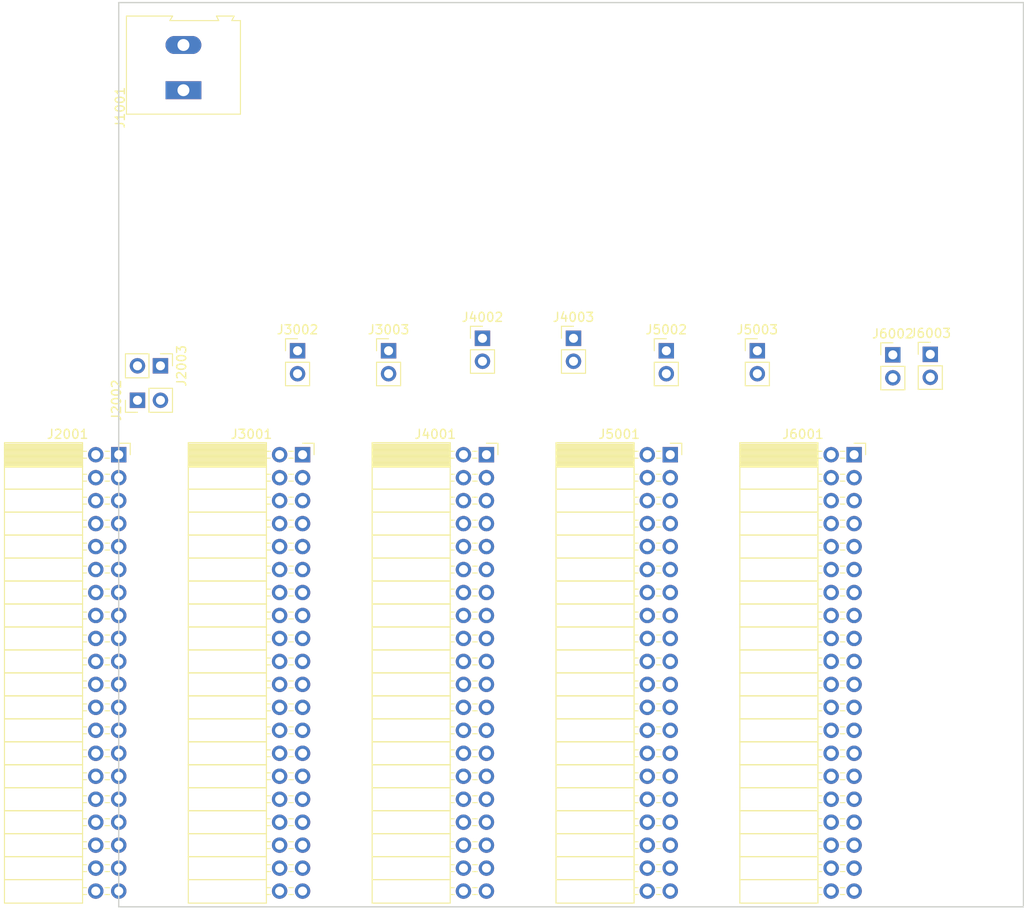
<source format=kicad_pcb>
(kicad_pcb (version 4) (host pcbnew 4.0.6-e0-6349~53~ubuntu16.04.1)
  (layers (0 F.Cu signal) (31 B.Cu signal) (34 B.Paste user) (35 F.Paste user) (36 B.SilkS user) (37 F.SilkS user) (38 B.Mask user) (39 F.Mask user) (44 Edge.Cuts user))
  (net 0 "")
  (net 1 +5V)
  (net 2 GND)
  (net 3 "Net-(J2001-Pad1)")
  (net 4 "Net-(J2001-Pad2)")
  (net 5 "Net-(J2001-Pad3)")
  (net 6 "Net-(J2001-Pad5)")
  (net 7 "Net-(J2001-Pad6)")
  (net 8 "Net-(J2001-Pad7)")
  (net 9 "Net-(J2001-Pad8)")
  (net 10 "Net-(J2001-Pad9)")
  (net 11 "Net-(J2001-Pad10)")
  (net 12 "Net-(J2001-Pad11)")
  (net 13 "Net-(J2001-Pad12)")
  (net 14 "Net-(J2001-Pad13)")
  (net 15 "Net-(J2001-Pad14)")
  (net 16 "Net-(J2001-Pad15)")
  (net 17 "Net-(J2001-Pad16)")
  (net 18 "Net-(J2001-Pad17)")
  (net 19 "Net-(J2001-Pad18)")
  (net 20 "Net-(J2001-Pad19)")
  (net 21 "Net-(J2001-Pad20)")
  (net 22 "Net-(J2001-Pad21)")
  (net 23 "Net-(J2001-Pad22)")
  (net 24 "Net-(J2001-Pad23)")
  (net 25 "Net-(J2001-Pad24)")
  (net 26 "Net-(J2001-Pad25)")
  (net 27 "Net-(J2001-Pad26)")
  (net 28 "Net-(J2001-Pad27)")
  (net 29 "Net-(J2001-Pad28)")
  (net 30 "Net-(J2001-Pad29)")
  (net 31 "Net-(J2001-Pad30)")
  (net 32 "Net-(J2001-Pad31)")
  (net 33 "Net-(J2001-Pad32)")
  (net 34 "Net-(J2001-Pad33)")
  (net 35 "Net-(J2001-Pad35)")
  (net 36 "Net-(J2001-Pad36)")
  (net 37 "Net-(J2001-Pad37)")
  (net 38 "Net-(J2001-Pad38)")
  (net 39 "Net-(J2001-Pad39)")
  (net 40 "Net-(J2001-Pad40)")
  (net 41 "Net-(J3001-Pad1)")
  (net 42 "Net-(J3001-Pad2)")
  (net 43 "Net-(J3001-Pad3)")
  (net 44 "Net-(J3001-Pad5)")
  (net 45 "Net-(J3001-Pad6)")
  (net 46 "Net-(J3001-Pad7)")
  (net 47 "Net-(J3001-Pad8)")
  (net 48 "Net-(J3001-Pad9)")
  (net 49 "Net-(J3001-Pad10)")
  (net 50 "Net-(J3001-Pad11)")
  (net 51 "Net-(J3001-Pad12)")
  (net 52 "Net-(J3001-Pad13)")
  (net 53 "Net-(J3001-Pad14)")
  (net 54 "Net-(J3001-Pad15)")
  (net 55 "Net-(J3001-Pad16)")
  (net 56 "Net-(J3001-Pad17)")
  (net 57 "Net-(J3001-Pad18)")
  (net 58 "Net-(J3001-Pad19)")
  (net 59 "Net-(J3001-Pad20)")
  (net 60 "Net-(J3001-Pad21)")
  (net 61 "Net-(J3001-Pad22)")
  (net 62 "Net-(J3001-Pad23)")
  (net 63 "Net-(J3001-Pad24)")
  (net 64 "Net-(J3001-Pad25)")
  (net 65 "Net-(J3001-Pad26)")
  (net 66 "Net-(J3001-Pad27)")
  (net 67 "Net-(J3001-Pad28)")
  (net 68 "Net-(J3001-Pad29)")
  (net 69 "Net-(J3001-Pad30)")
  (net 70 "Net-(J3001-Pad31)")
  (net 71 "Net-(J3001-Pad32)")
  (net 72 "Net-(J3001-Pad33)")
  (net 73 "Net-(J3001-Pad35)")
  (net 74 "Net-(J3001-Pad36)")
  (net 75 "Net-(J3001-Pad37)")
  (net 76 "Net-(J3001-Pad38)")
  (net 77 "Net-(J3001-Pad39)")
  (net 78 "Net-(J3001-Pad40)")
  (net 79 "Net-(J4001-Pad1)")
  (net 80 "Net-(J4001-Pad2)")
  (net 81 "Net-(J4001-Pad3)")
  (net 82 "Net-(J4001-Pad5)")
  (net 83 "Net-(J4001-Pad6)")
  (net 84 "Net-(J4001-Pad7)")
  (net 85 "Net-(J4001-Pad8)")
  (net 86 "Net-(J4001-Pad9)")
  (net 87 "Net-(J4001-Pad10)")
  (net 88 "Net-(J4001-Pad11)")
  (net 89 "Net-(J4001-Pad12)")
  (net 90 "Net-(J4001-Pad13)")
  (net 91 "Net-(J4001-Pad14)")
  (net 92 "Net-(J4001-Pad15)")
  (net 93 "Net-(J4001-Pad16)")
  (net 94 "Net-(J4001-Pad17)")
  (net 95 "Net-(J4001-Pad18)")
  (net 96 "Net-(J4001-Pad19)")
  (net 97 "Net-(J4001-Pad20)")
  (net 98 "Net-(J4001-Pad21)")
  (net 99 "Net-(J4001-Pad22)")
  (net 100 "Net-(J4001-Pad23)")
  (net 101 "Net-(J4001-Pad24)")
  (net 102 "Net-(J4001-Pad25)")
  (net 103 "Net-(J4001-Pad26)")
  (net 104 "Net-(J4001-Pad27)")
  (net 105 "Net-(J4001-Pad28)")
  (net 106 "Net-(J4001-Pad29)")
  (net 107 "Net-(J4001-Pad30)")
  (net 108 "Net-(J4001-Pad31)")
  (net 109 "Net-(J4001-Pad32)")
  (net 110 "Net-(J4001-Pad33)")
  (net 111 "Net-(J4001-Pad35)")
  (net 112 "Net-(J4001-Pad36)")
  (net 113 "Net-(J4001-Pad37)")
  (net 114 "Net-(J4001-Pad38)")
  (net 115 "Net-(J4001-Pad39)")
  (net 116 "Net-(J4001-Pad40)")
  (net 117 "Net-(J5001-Pad1)")
  (net 118 "Net-(J5001-Pad2)")
  (net 119 "Net-(J5001-Pad3)")
  (net 120 "Net-(J5001-Pad5)")
  (net 121 "Net-(J5001-Pad6)")
  (net 122 "Net-(J5001-Pad7)")
  (net 123 "Net-(J5001-Pad8)")
  (net 124 "Net-(J5001-Pad9)")
  (net 125 "Net-(J5001-Pad10)")
  (net 126 "Net-(J5001-Pad11)")
  (net 127 "Net-(J5001-Pad12)")
  (net 128 "Net-(J5001-Pad13)")
  (net 129 "Net-(J5001-Pad14)")
  (net 130 "Net-(J5001-Pad15)")
  (net 131 "Net-(J5001-Pad16)")
  (net 132 "Net-(J5001-Pad17)")
  (net 133 "Net-(J5001-Pad18)")
  (net 134 "Net-(J5001-Pad19)")
  (net 135 "Net-(J5001-Pad20)")
  (net 136 "Net-(J5001-Pad21)")
  (net 137 "Net-(J5001-Pad22)")
  (net 138 "Net-(J5001-Pad23)")
  (net 139 "Net-(J5001-Pad24)")
  (net 140 "Net-(J5001-Pad25)")
  (net 141 "Net-(J5001-Pad26)")
  (net 142 "Net-(J5001-Pad27)")
  (net 143 "Net-(J5001-Pad28)")
  (net 144 "Net-(J5001-Pad29)")
  (net 145 "Net-(J5001-Pad30)")
  (net 146 "Net-(J5001-Pad31)")
  (net 147 "Net-(J5001-Pad32)")
  (net 148 "Net-(J5001-Pad33)")
  (net 149 "Net-(J5001-Pad35)")
  (net 150 "Net-(J5001-Pad36)")
  (net 151 "Net-(J5001-Pad37)")
  (net 152 "Net-(J5001-Pad38)")
  (net 153 "Net-(J5001-Pad39)")
  (net 154 "Net-(J5001-Pad40)")
  (net 155 "Net-(J6001-Pad1)")
  (net 156 "Net-(J6001-Pad2)")
  (net 157 "Net-(J6001-Pad3)")
  (net 158 "Net-(J6001-Pad5)")
  (net 159 "Net-(J6001-Pad6)")
  (net 160 "Net-(J6001-Pad7)")
  (net 161 "Net-(J6001-Pad8)")
  (net 162 "Net-(J6001-Pad9)")
  (net 163 "Net-(J6001-Pad10)")
  (net 164 "Net-(J6001-Pad11)")
  (net 165 "Net-(J6001-Pad12)")
  (net 166 "Net-(J6001-Pad13)")
  (net 167 "Net-(J6001-Pad14)")
  (net 168 "Net-(J6001-Pad15)")
  (net 169 "Net-(J6001-Pad16)")
  (net 170 "Net-(J6001-Pad17)")
  (net 171 "Net-(J6001-Pad18)")
  (net 172 "Net-(J6001-Pad19)")
  (net 173 "Net-(J6001-Pad20)")
  (net 174 "Net-(J6001-Pad21)")
  (net 175 "Net-(J6001-Pad22)")
  (net 176 "Net-(J6001-Pad23)")
  (net 177 "Net-(J6001-Pad24)")
  (net 178 "Net-(J6001-Pad25)")
  (net 179 "Net-(J6001-Pad26)")
  (net 180 "Net-(J6001-Pad27)")
  (net 181 "Net-(J6001-Pad28)")
  (net 182 "Net-(J6001-Pad29)")
  (net 183 "Net-(J6001-Pad30)")
  (net 184 "Net-(J6001-Pad31)")
  (net 185 "Net-(J6001-Pad32)")
  (net 186 "Net-(J6001-Pad33)")
  (net 187 "Net-(J6001-Pad35)")
  (net 188 "Net-(J6001-Pad36)")
  (net 189 "Net-(J6001-Pad37)")
  (net 190 "Net-(J6001-Pad38)")
  (net 191 "Net-(J6001-Pad39)")
  (net 192 "Net-(J6001-Pad40)")
  (module Connectors:AK300-2 (layer F.Cu) (at 57.15 59.69 90)
    (fp_text reference J1001 (at -1.92 -6.99 90) (layer F.SilkS))
    (fp_text value CONN_01X02_MALE)
    (pad 1 thru_hole rect (at 0 0 90) (size 1.98 3.96) (drill 1.32) (layers *.Cu F.Paste F.Mask) (net 1 +5V))
    (pad 2 thru_hole oval (at 5 0 90) (size 1.98 3.96) (drill 1.32) (layers *.Cu F.Paste F.Mask) (net 2 GND))
  )
  (module Socket_Strips:Socket_Strip_Angled_2x20_Pitch2.54mm (layer F.Cu) (at 50 100)
    (fp_text reference J2001 (at -5.65 -2.27) (layer F.SilkS))
    (fp_text value OrangePiGPIO)
    (pad 1 thru_hole rect (at 0 0) (size 1.7 1.7) (drill 1) (layers *.Cu *.Mask) (net 3 "Net-(J2001-Pad1)"))
    (pad 2 thru_hole oval (at -2.54 0) (size 1.7 1.7) (drill 1) (layers *.Cu *.Mask) (net 4 "Net-(J2001-Pad2)"))
    (pad 3 thru_hole oval (at 0 2.54) (size 1.7 1.7) (drill 1) (layers *.Cu *.Mask) (net 5 "Net-(J2001-Pad3)"))
    (pad 4 thru_hole oval (at -2.54 2.54) (size 1.7 1.7) (drill 1) (layers *.Cu *.Mask) (net 4 "Net-(J2001-Pad2)"))
    (pad 5 thru_hole oval (at 0 5.08) (size 1.7 1.7) (drill 1) (layers *.Cu *.Mask) (net 6 "Net-(J2001-Pad5)"))
    (pad 6 thru_hole oval (at -2.54 5.08) (size 1.7 1.7) (drill 1) (layers *.Cu *.Mask) (net 7 "Net-(J2001-Pad6)"))
    (pad 7 thru_hole oval (at 0 7.62) (size 1.7 1.7) (drill 1) (layers *.Cu *.Mask) (net 8 "Net-(J2001-Pad7)"))
    (pad 8 thru_hole oval (at -2.54 7.62) (size 1.7 1.7) (drill 1) (layers *.Cu *.Mask) (net 9 "Net-(J2001-Pad8)"))
    (pad 9 thru_hole oval (at 0 10.16) (size 1.7 1.7) (drill 1) (layers *.Cu *.Mask) (net 10 "Net-(J2001-Pad9)"))
    (pad 10 thru_hole oval (at -2.54 10.16) (size 1.7 1.7) (drill 1) (layers *.Cu *.Mask) (net 11 "Net-(J2001-Pad10)"))
    (pad 11 thru_hole oval (at 0 12.7) (size 1.7 1.7) (drill 1) (layers *.Cu *.Mask) (net 12 "Net-(J2001-Pad11)"))
    (pad 12 thru_hole oval (at -2.54 12.7) (size 1.7 1.7) (drill 1) (layers *.Cu *.Mask) (net 13 "Net-(J2001-Pad12)"))
    (pad 13 thru_hole oval (at 0 15.24) (size 1.7 1.7) (drill 1) (layers *.Cu *.Mask) (net 14 "Net-(J2001-Pad13)"))
    (pad 14 thru_hole oval (at -2.54 15.24) (size 1.7 1.7) (drill 1) (layers *.Cu *.Mask) (net 15 "Net-(J2001-Pad14)"))
    (pad 15 thru_hole oval (at 0 17.78) (size 1.7 1.7) (drill 1) (layers *.Cu *.Mask) (net 16 "Net-(J2001-Pad15)"))
    (pad 16 thru_hole oval (at -2.54 17.78) (size 1.7 1.7) (drill 1) (layers *.Cu *.Mask) (net 17 "Net-(J2001-Pad16)"))
    (pad 17 thru_hole oval (at 0 20.32) (size 1.7 1.7) (drill 1) (layers *.Cu *.Mask) (net 18 "Net-(J2001-Pad17)"))
    (pad 18 thru_hole oval (at -2.54 20.32) (size 1.7 1.7) (drill 1) (layers *.Cu *.Mask) (net 19 "Net-(J2001-Pad18)"))
    (pad 19 thru_hole oval (at 0 22.86) (size 1.7 1.7) (drill 1) (layers *.Cu *.Mask) (net 20 "Net-(J2001-Pad19)"))
    (pad 20 thru_hole oval (at -2.54 22.86) (size 1.7 1.7) (drill 1) (layers *.Cu *.Mask) (net 21 "Net-(J2001-Pad20)"))
    (pad 21 thru_hole oval (at 0 25.4) (size 1.7 1.7) (drill 1) (layers *.Cu *.Mask) (net 22 "Net-(J2001-Pad21)"))
    (pad 22 thru_hole oval (at -2.54 25.4) (size 1.7 1.7) (drill 1) (layers *.Cu *.Mask) (net 23 "Net-(J2001-Pad22)"))
    (pad 23 thru_hole oval (at 0 27.94) (size 1.7 1.7) (drill 1) (layers *.Cu *.Mask) (net 24 "Net-(J2001-Pad23)"))
    (pad 24 thru_hole oval (at -2.54 27.94) (size 1.7 1.7) (drill 1) (layers *.Cu *.Mask) (net 25 "Net-(J2001-Pad24)"))
    (pad 25 thru_hole oval (at 0 30.48) (size 1.7 1.7) (drill 1) (layers *.Cu *.Mask) (net 26 "Net-(J2001-Pad25)"))
    (pad 26 thru_hole oval (at -2.54 30.48) (size 1.7 1.7) (drill 1) (layers *.Cu *.Mask) (net 27 "Net-(J2001-Pad26)"))
    (pad 27 thru_hole oval (at 0 33.02) (size 1.7 1.7) (drill 1) (layers *.Cu *.Mask) (net 28 "Net-(J2001-Pad27)"))
    (pad 28 thru_hole oval (at -2.54 33.02) (size 1.7 1.7) (drill 1) (layers *.Cu *.Mask) (net 29 "Net-(J2001-Pad28)"))
    (pad 29 thru_hole oval (at 0 35.56) (size 1.7 1.7) (drill 1) (layers *.Cu *.Mask) (net 30 "Net-(J2001-Pad29)"))
    (pad 30 thru_hole oval (at -2.54 35.56) (size 1.7 1.7) (drill 1) (layers *.Cu *.Mask) (net 31 "Net-(J2001-Pad30)"))
    (pad 31 thru_hole oval (at 0 38.1) (size 1.7 1.7) (drill 1) (layers *.Cu *.Mask) (net 32 "Net-(J2001-Pad31)"))
    (pad 32 thru_hole oval (at -2.54 38.1) (size 1.7 1.7) (drill 1) (layers *.Cu *.Mask) (net 33 "Net-(J2001-Pad32)"))
    (pad 33 thru_hole oval (at 0 40.64) (size 1.7 1.7) (drill 1) (layers *.Cu *.Mask) (net 34 "Net-(J2001-Pad33)"))
    (pad 34 thru_hole oval (at -2.54 40.64) (size 1.7 1.7) (drill 1) (layers *.Cu *.Mask) (net 31 "Net-(J2001-Pad30)"))
    (pad 35 thru_hole oval (at 0 43.18) (size 1.7 1.7) (drill 1) (layers *.Cu *.Mask) (net 35 "Net-(J2001-Pad35)"))
    (pad 36 thru_hole oval (at -2.54 43.18) (size 1.7 1.7) (drill 1) (layers *.Cu *.Mask) (net 36 "Net-(J2001-Pad36)"))
    (pad 37 thru_hole oval (at 0 45.72) (size 1.7 1.7) (drill 1) (layers *.Cu *.Mask) (net 37 "Net-(J2001-Pad37)"))
    (pad 38 thru_hole oval (at -2.54 45.72) (size 1.7 1.7) (drill 1) (layers *.Cu *.Mask) (net 38 "Net-(J2001-Pad38)"))
    (pad 39 thru_hole oval (at 0 48.26) (size 1.7 1.7) (drill 1) (layers *.Cu *.Mask) (net 39 "Net-(J2001-Pad39)"))
    (pad 40 thru_hole oval (at -2.54 48.26) (size 1.7 1.7) (drill 1) (layers *.Cu *.Mask) (net 40 "Net-(J2001-Pad40)"))
  )
  (module Pin_Headers:Pin_Header_Straight_1x02_Pitch2.54mm (layer F.Cu) (at 52.07 93.98 90)
    (fp_text reference J2002 (at 0 -2.33 90) (layer F.SilkS))
    (fp_text value CONN_01X02)
    (pad 1 thru_hole rect (at 0 0 90) (size 1.7 1.7) (drill 1) (layers *.Cu *.Mask) (net 1 +5V))
    (pad 2 thru_hole oval (at 0 2.54 90) (size 1.7 1.7) (drill 1) (layers *.Cu *.Mask) (net 4 "Net-(J2001-Pad2)"))
  )
  (module Pin_Headers:Pin_Header_Straight_1x02_Pitch2.54mm (layer F.Cu) (at 54.61 90.17 270)
    (fp_text reference J2003 (at 0 -2.33 270) (layer F.SilkS))
    (fp_text value CONN_01X02)
    (pad 1 thru_hole rect (at 0 0 270) (size 1.7 1.7) (drill 1) (layers *.Cu *.Mask) (net 31 "Net-(J2001-Pad30)"))
    (pad 2 thru_hole oval (at 0 2.54 270) (size 1.7 1.7) (drill 1) (layers *.Cu *.Mask) (net 2 GND))
  )
  (module Socket_Strips:Socket_Strip_Angled_2x20_Pitch2.54mm (layer F.Cu) (at 70.32 100)
    (fp_text reference J3001 (at -5.65 -2.27) (layer F.SilkS))
    (fp_text value OrangePiGPIO)
    (pad 1 thru_hole rect (at 0 0) (size 1.7 1.7) (drill 1) (layers *.Cu *.Mask) (net 41 "Net-(J3001-Pad1)"))
    (pad 2 thru_hole oval (at -2.54 0) (size 1.7 1.7) (drill 1) (layers *.Cu *.Mask) (net 42 "Net-(J3001-Pad2)"))
    (pad 3 thru_hole oval (at 0 2.54) (size 1.7 1.7) (drill 1) (layers *.Cu *.Mask) (net 43 "Net-(J3001-Pad3)"))
    (pad 4 thru_hole oval (at -2.54 2.54) (size 1.7 1.7) (drill 1) (layers *.Cu *.Mask) (net 42 "Net-(J3001-Pad2)"))
    (pad 5 thru_hole oval (at 0 5.08) (size 1.7 1.7) (drill 1) (layers *.Cu *.Mask) (net 44 "Net-(J3001-Pad5)"))
    (pad 6 thru_hole oval (at -2.54 5.08) (size 1.7 1.7) (drill 1) (layers *.Cu *.Mask) (net 45 "Net-(J3001-Pad6)"))
    (pad 7 thru_hole oval (at 0 7.62) (size 1.7 1.7) (drill 1) (layers *.Cu *.Mask) (net 46 "Net-(J3001-Pad7)"))
    (pad 8 thru_hole oval (at -2.54 7.62) (size 1.7 1.7) (drill 1) (layers *.Cu *.Mask) (net 47 "Net-(J3001-Pad8)"))
    (pad 9 thru_hole oval (at 0 10.16) (size 1.7 1.7) (drill 1) (layers *.Cu *.Mask) (net 48 "Net-(J3001-Pad9)"))
    (pad 10 thru_hole oval (at -2.54 10.16) (size 1.7 1.7) (drill 1) (layers *.Cu *.Mask) (net 49 "Net-(J3001-Pad10)"))
    (pad 11 thru_hole oval (at 0 12.7) (size 1.7 1.7) (drill 1) (layers *.Cu *.Mask) (net 50 "Net-(J3001-Pad11)"))
    (pad 12 thru_hole oval (at -2.54 12.7) (size 1.7 1.7) (drill 1) (layers *.Cu *.Mask) (net 51 "Net-(J3001-Pad12)"))
    (pad 13 thru_hole oval (at 0 15.24) (size 1.7 1.7) (drill 1) (layers *.Cu *.Mask) (net 52 "Net-(J3001-Pad13)"))
    (pad 14 thru_hole oval (at -2.54 15.24) (size 1.7 1.7) (drill 1) (layers *.Cu *.Mask) (net 53 "Net-(J3001-Pad14)"))
    (pad 15 thru_hole oval (at 0 17.78) (size 1.7 1.7) (drill 1) (layers *.Cu *.Mask) (net 54 "Net-(J3001-Pad15)"))
    (pad 16 thru_hole oval (at -2.54 17.78) (size 1.7 1.7) (drill 1) (layers *.Cu *.Mask) (net 55 "Net-(J3001-Pad16)"))
    (pad 17 thru_hole oval (at 0 20.32) (size 1.7 1.7) (drill 1) (layers *.Cu *.Mask) (net 56 "Net-(J3001-Pad17)"))
    (pad 18 thru_hole oval (at -2.54 20.32) (size 1.7 1.7) (drill 1) (layers *.Cu *.Mask) (net 57 "Net-(J3001-Pad18)"))
    (pad 19 thru_hole oval (at 0 22.86) (size 1.7 1.7) (drill 1) (layers *.Cu *.Mask) (net 58 "Net-(J3001-Pad19)"))
    (pad 20 thru_hole oval (at -2.54 22.86) (size 1.7 1.7) (drill 1) (layers *.Cu *.Mask) (net 59 "Net-(J3001-Pad20)"))
    (pad 21 thru_hole oval (at 0 25.4) (size 1.7 1.7) (drill 1) (layers *.Cu *.Mask) (net 60 "Net-(J3001-Pad21)"))
    (pad 22 thru_hole oval (at -2.54 25.4) (size 1.7 1.7) (drill 1) (layers *.Cu *.Mask) (net 61 "Net-(J3001-Pad22)"))
    (pad 23 thru_hole oval (at 0 27.94) (size 1.7 1.7) (drill 1) (layers *.Cu *.Mask) (net 62 "Net-(J3001-Pad23)"))
    (pad 24 thru_hole oval (at -2.54 27.94) (size 1.7 1.7) (drill 1) (layers *.Cu *.Mask) (net 63 "Net-(J3001-Pad24)"))
    (pad 25 thru_hole oval (at 0 30.48) (size 1.7 1.7) (drill 1) (layers *.Cu *.Mask) (net 64 "Net-(J3001-Pad25)"))
    (pad 26 thru_hole oval (at -2.54 30.48) (size 1.7 1.7) (drill 1) (layers *.Cu *.Mask) (net 65 "Net-(J3001-Pad26)"))
    (pad 27 thru_hole oval (at 0 33.02) (size 1.7 1.7) (drill 1) (layers *.Cu *.Mask) (net 66 "Net-(J3001-Pad27)"))
    (pad 28 thru_hole oval (at -2.54 33.02) (size 1.7 1.7) (drill 1) (layers *.Cu *.Mask) (net 67 "Net-(J3001-Pad28)"))
    (pad 29 thru_hole oval (at 0 35.56) (size 1.7 1.7) (drill 1) (layers *.Cu *.Mask) (net 68 "Net-(J3001-Pad29)"))
    (pad 30 thru_hole oval (at -2.54 35.56) (size 1.7 1.7) (drill 1) (layers *.Cu *.Mask) (net 69 "Net-(J3001-Pad30)"))
    (pad 31 thru_hole oval (at 0 38.1) (size 1.7 1.7) (drill 1) (layers *.Cu *.Mask) (net 70 "Net-(J3001-Pad31)"))
    (pad 32 thru_hole oval (at -2.54 38.1) (size 1.7 1.7) (drill 1) (layers *.Cu *.Mask) (net 71 "Net-(J3001-Pad32)"))
    (pad 33 thru_hole oval (at 0 40.64) (size 1.7 1.7) (drill 1) (layers *.Cu *.Mask) (net 72 "Net-(J3001-Pad33)"))
    (pad 34 thru_hole oval (at -2.54 40.64) (size 1.7 1.7) (drill 1) (layers *.Cu *.Mask) (net 69 "Net-(J3001-Pad30)"))
    (pad 35 thru_hole oval (at 0 43.18) (size 1.7 1.7) (drill 1) (layers *.Cu *.Mask) (net 73 "Net-(J3001-Pad35)"))
    (pad 36 thru_hole oval (at -2.54 43.18) (size 1.7 1.7) (drill 1) (layers *.Cu *.Mask) (net 74 "Net-(J3001-Pad36)"))
    (pad 37 thru_hole oval (at 0 45.72) (size 1.7 1.7) (drill 1) (layers *.Cu *.Mask) (net 75 "Net-(J3001-Pad37)"))
    (pad 38 thru_hole oval (at -2.54 45.72) (size 1.7 1.7) (drill 1) (layers *.Cu *.Mask) (net 76 "Net-(J3001-Pad38)"))
    (pad 39 thru_hole oval (at 0 48.26) (size 1.7 1.7) (drill 1) (layers *.Cu *.Mask) (net 77 "Net-(J3001-Pad39)"))
    (pad 40 thru_hole oval (at -2.54 48.26) (size 1.7 1.7) (drill 1) (layers *.Cu *.Mask) (net 78 "Net-(J3001-Pad40)"))
  )
  (module Pin_Headers:Pin_Header_Straight_1x02_Pitch2.54mm (layer F.Cu) (at 69.763333 88.505)
    (fp_text reference J3002 (at 0 -2.33) (layer F.SilkS))
    (fp_text value CONN_01X02)
    (pad 1 thru_hole rect (at 0 0) (size 1.7 1.7) (drill 1) (layers *.Cu *.Mask) (net 1 +5V))
    (pad 2 thru_hole oval (at 0 2.54) (size 1.7 1.7) (drill 1) (layers *.Cu *.Mask) (net 42 "Net-(J3001-Pad2)"))
  )
  (module Pin_Headers:Pin_Header_Straight_1x02_Pitch2.54mm (layer F.Cu) (at 79.823333 88.505)
    (fp_text reference J3003 (at 0 -2.33) (layer F.SilkS))
    (fp_text value CONN_01X02)
    (pad 1 thru_hole rect (at 0 0) (size 1.7 1.7) (drill 1) (layers *.Cu *.Mask) (net 69 "Net-(J3001-Pad30)"))
    (pad 2 thru_hole oval (at 0 2.54) (size 1.7 1.7) (drill 1) (layers *.Cu *.Mask) (net 2 GND))
  )
  (module Socket_Strips:Socket_Strip_Angled_2x20_Pitch2.54mm (layer F.Cu) (at 90.64 100)
    (fp_text reference J4001 (at -5.65 -2.27) (layer F.SilkS))
    (fp_text value OrangePiGPIO)
    (pad 1 thru_hole rect (at 0 0) (size 1.7 1.7) (drill 1) (layers *.Cu *.Mask) (net 79 "Net-(J4001-Pad1)"))
    (pad 2 thru_hole oval (at -2.54 0) (size 1.7 1.7) (drill 1) (layers *.Cu *.Mask) (net 80 "Net-(J4001-Pad2)"))
    (pad 3 thru_hole oval (at 0 2.54) (size 1.7 1.7) (drill 1) (layers *.Cu *.Mask) (net 81 "Net-(J4001-Pad3)"))
    (pad 4 thru_hole oval (at -2.54 2.54) (size 1.7 1.7) (drill 1) (layers *.Cu *.Mask) (net 80 "Net-(J4001-Pad2)"))
    (pad 5 thru_hole oval (at 0 5.08) (size 1.7 1.7) (drill 1) (layers *.Cu *.Mask) (net 82 "Net-(J4001-Pad5)"))
    (pad 6 thru_hole oval (at -2.54 5.08) (size 1.7 1.7) (drill 1) (layers *.Cu *.Mask) (net 83 "Net-(J4001-Pad6)"))
    (pad 7 thru_hole oval (at 0 7.62) (size 1.7 1.7) (drill 1) (layers *.Cu *.Mask) (net 84 "Net-(J4001-Pad7)"))
    (pad 8 thru_hole oval (at -2.54 7.62) (size 1.7 1.7) (drill 1) (layers *.Cu *.Mask) (net 85 "Net-(J4001-Pad8)"))
    (pad 9 thru_hole oval (at 0 10.16) (size 1.7 1.7) (drill 1) (layers *.Cu *.Mask) (net 86 "Net-(J4001-Pad9)"))
    (pad 10 thru_hole oval (at -2.54 10.16) (size 1.7 1.7) (drill 1) (layers *.Cu *.Mask) (net 87 "Net-(J4001-Pad10)"))
    (pad 11 thru_hole oval (at 0 12.7) (size 1.7 1.7) (drill 1) (layers *.Cu *.Mask) (net 88 "Net-(J4001-Pad11)"))
    (pad 12 thru_hole oval (at -2.54 12.7) (size 1.7 1.7) (drill 1) (layers *.Cu *.Mask) (net 89 "Net-(J4001-Pad12)"))
    (pad 13 thru_hole oval (at 0 15.24) (size 1.7 1.7) (drill 1) (layers *.Cu *.Mask) (net 90 "Net-(J4001-Pad13)"))
    (pad 14 thru_hole oval (at -2.54 15.24) (size 1.7 1.7) (drill 1) (layers *.Cu *.Mask) (net 91 "Net-(J4001-Pad14)"))
    (pad 15 thru_hole oval (at 0 17.78) (size 1.7 1.7) (drill 1) (layers *.Cu *.Mask) (net 92 "Net-(J4001-Pad15)"))
    (pad 16 thru_hole oval (at -2.54 17.78) (size 1.7 1.7) (drill 1) (layers *.Cu *.Mask) (net 93 "Net-(J4001-Pad16)"))
    (pad 17 thru_hole oval (at 0 20.32) (size 1.7 1.7) (drill 1) (layers *.Cu *.Mask) (net 94 "Net-(J4001-Pad17)"))
    (pad 18 thru_hole oval (at -2.54 20.32) (size 1.7 1.7) (drill 1) (layers *.Cu *.Mask) (net 95 "Net-(J4001-Pad18)"))
    (pad 19 thru_hole oval (at 0 22.86) (size 1.7 1.7) (drill 1) (layers *.Cu *.Mask) (net 96 "Net-(J4001-Pad19)"))
    (pad 20 thru_hole oval (at -2.54 22.86) (size 1.7 1.7) (drill 1) (layers *.Cu *.Mask) (net 97 "Net-(J4001-Pad20)"))
    (pad 21 thru_hole oval (at 0 25.4) (size 1.7 1.7) (drill 1) (layers *.Cu *.Mask) (net 98 "Net-(J4001-Pad21)"))
    (pad 22 thru_hole oval (at -2.54 25.4) (size 1.7 1.7) (drill 1) (layers *.Cu *.Mask) (net 99 "Net-(J4001-Pad22)"))
    (pad 23 thru_hole oval (at 0 27.94) (size 1.7 1.7) (drill 1) (layers *.Cu *.Mask) (net 100 "Net-(J4001-Pad23)"))
    (pad 24 thru_hole oval (at -2.54 27.94) (size 1.7 1.7) (drill 1) (layers *.Cu *.Mask) (net 101 "Net-(J4001-Pad24)"))
    (pad 25 thru_hole oval (at 0 30.48) (size 1.7 1.7) (drill 1) (layers *.Cu *.Mask) (net 102 "Net-(J4001-Pad25)"))
    (pad 26 thru_hole oval (at -2.54 30.48) (size 1.7 1.7) (drill 1) (layers *.Cu *.Mask) (net 103 "Net-(J4001-Pad26)"))
    (pad 27 thru_hole oval (at 0 33.02) (size 1.7 1.7) (drill 1) (layers *.Cu *.Mask) (net 104 "Net-(J4001-Pad27)"))
    (pad 28 thru_hole oval (at -2.54 33.02) (size 1.7 1.7) (drill 1) (layers *.Cu *.Mask) (net 105 "Net-(J4001-Pad28)"))
    (pad 29 thru_hole oval (at 0 35.56) (size 1.7 1.7) (drill 1) (layers *.Cu *.Mask) (net 106 "Net-(J4001-Pad29)"))
    (pad 30 thru_hole oval (at -2.54 35.56) (size 1.7 1.7) (drill 1) (layers *.Cu *.Mask) (net 107 "Net-(J4001-Pad30)"))
    (pad 31 thru_hole oval (at 0 38.1) (size 1.7 1.7) (drill 1) (layers *.Cu *.Mask) (net 108 "Net-(J4001-Pad31)"))
    (pad 32 thru_hole oval (at -2.54 38.1) (size 1.7 1.7) (drill 1) (layers *.Cu *.Mask) (net 109 "Net-(J4001-Pad32)"))
    (pad 33 thru_hole oval (at 0 40.64) (size 1.7 1.7) (drill 1) (layers *.Cu *.Mask) (net 110 "Net-(J4001-Pad33)"))
    (pad 34 thru_hole oval (at -2.54 40.64) (size 1.7 1.7) (drill 1) (layers *.Cu *.Mask) (net 107 "Net-(J4001-Pad30)"))
    (pad 35 thru_hole oval (at 0 43.18) (size 1.7 1.7) (drill 1) (layers *.Cu *.Mask) (net 111 "Net-(J4001-Pad35)"))
    (pad 36 thru_hole oval (at -2.54 43.18) (size 1.7 1.7) (drill 1) (layers *.Cu *.Mask) (net 112 "Net-(J4001-Pad36)"))
    (pad 37 thru_hole oval (at 0 45.72) (size 1.7 1.7) (drill 1) (layers *.Cu *.Mask) (net 113 "Net-(J4001-Pad37)"))
    (pad 38 thru_hole oval (at -2.54 45.72) (size 1.7 1.7) (drill 1) (layers *.Cu *.Mask) (net 114 "Net-(J4001-Pad38)"))
    (pad 39 thru_hole oval (at 0 48.26) (size 1.7 1.7) (drill 1) (layers *.Cu *.Mask) (net 115 "Net-(J4001-Pad39)"))
    (pad 40 thru_hole oval (at -2.54 48.26) (size 1.7 1.7) (drill 1) (layers *.Cu *.Mask) (net 116 "Net-(J4001-Pad40)"))
  )
  (module Pin_Headers:Pin_Header_Straight_1x02_Pitch2.54mm (layer F.Cu) (at 90.203333 87.125)
    (fp_text reference J4002 (at 0 -2.33) (layer F.SilkS))
    (fp_text value CONN_01X02)
    (pad 1 thru_hole rect (at 0 0) (size 1.7 1.7) (drill 1) (layers *.Cu *.Mask) (net 1 +5V))
    (pad 2 thru_hole oval (at 0 2.54) (size 1.7 1.7) (drill 1) (layers *.Cu *.Mask) (net 80 "Net-(J4001-Pad2)"))
  )
  (module Pin_Headers:Pin_Header_Straight_1x02_Pitch2.54mm (layer F.Cu) (at 100.263333 87.125)
    (fp_text reference J4003 (at 0 -2.33) (layer F.SilkS))
    (fp_text value CONN_01X02)
    (pad 1 thru_hole rect (at 0 0) (size 1.7 1.7) (drill 1) (layers *.Cu *.Mask) (net 107 "Net-(J4001-Pad30)"))
    (pad 2 thru_hole oval (at 0 2.54) (size 1.7 1.7) (drill 1) (layers *.Cu *.Mask) (net 2 GND))
  )
  (module Socket_Strips:Socket_Strip_Angled_2x20_Pitch2.54mm (layer F.Cu) (at 110.96 100)
    (fp_text reference J5001 (at -5.65 -2.27) (layer F.SilkS))
    (fp_text value OrangePiGPIO)
    (pad 1 thru_hole rect (at 0 0) (size 1.7 1.7) (drill 1) (layers *.Cu *.Mask) (net 117 "Net-(J5001-Pad1)"))
    (pad 2 thru_hole oval (at -2.54 0) (size 1.7 1.7) (drill 1) (layers *.Cu *.Mask) (net 118 "Net-(J5001-Pad2)"))
    (pad 3 thru_hole oval (at 0 2.54) (size 1.7 1.7) (drill 1) (layers *.Cu *.Mask) (net 119 "Net-(J5001-Pad3)"))
    (pad 4 thru_hole oval (at -2.54 2.54) (size 1.7 1.7) (drill 1) (layers *.Cu *.Mask) (net 118 "Net-(J5001-Pad2)"))
    (pad 5 thru_hole oval (at 0 5.08) (size 1.7 1.7) (drill 1) (layers *.Cu *.Mask) (net 120 "Net-(J5001-Pad5)"))
    (pad 6 thru_hole oval (at -2.54 5.08) (size 1.7 1.7) (drill 1) (layers *.Cu *.Mask) (net 121 "Net-(J5001-Pad6)"))
    (pad 7 thru_hole oval (at 0 7.62) (size 1.7 1.7) (drill 1) (layers *.Cu *.Mask) (net 122 "Net-(J5001-Pad7)"))
    (pad 8 thru_hole oval (at -2.54 7.62) (size 1.7 1.7) (drill 1) (layers *.Cu *.Mask) (net 123 "Net-(J5001-Pad8)"))
    (pad 9 thru_hole oval (at 0 10.16) (size 1.7 1.7) (drill 1) (layers *.Cu *.Mask) (net 124 "Net-(J5001-Pad9)"))
    (pad 10 thru_hole oval (at -2.54 10.16) (size 1.7 1.7) (drill 1) (layers *.Cu *.Mask) (net 125 "Net-(J5001-Pad10)"))
    (pad 11 thru_hole oval (at 0 12.7) (size 1.7 1.7) (drill 1) (layers *.Cu *.Mask) (net 126 "Net-(J5001-Pad11)"))
    (pad 12 thru_hole oval (at -2.54 12.7) (size 1.7 1.7) (drill 1) (layers *.Cu *.Mask) (net 127 "Net-(J5001-Pad12)"))
    (pad 13 thru_hole oval (at 0 15.24) (size 1.7 1.7) (drill 1) (layers *.Cu *.Mask) (net 128 "Net-(J5001-Pad13)"))
    (pad 14 thru_hole oval (at -2.54 15.24) (size 1.7 1.7) (drill 1) (layers *.Cu *.Mask) (net 129 "Net-(J5001-Pad14)"))
    (pad 15 thru_hole oval (at 0 17.78) (size 1.7 1.7) (drill 1) (layers *.Cu *.Mask) (net 130 "Net-(J5001-Pad15)"))
    (pad 16 thru_hole oval (at -2.54 17.78) (size 1.7 1.7) (drill 1) (layers *.Cu *.Mask) (net 131 "Net-(J5001-Pad16)"))
    (pad 17 thru_hole oval (at 0 20.32) (size 1.7 1.7) (drill 1) (layers *.Cu *.Mask) (net 132 "Net-(J5001-Pad17)"))
    (pad 18 thru_hole oval (at -2.54 20.32) (size 1.7 1.7) (drill 1) (layers *.Cu *.Mask) (net 133 "Net-(J5001-Pad18)"))
    (pad 19 thru_hole oval (at 0 22.86) (size 1.7 1.7) (drill 1) (layers *.Cu *.Mask) (net 134 "Net-(J5001-Pad19)"))
    (pad 20 thru_hole oval (at -2.54 22.86) (size 1.7 1.7) (drill 1) (layers *.Cu *.Mask) (net 135 "Net-(J5001-Pad20)"))
    (pad 21 thru_hole oval (at 0 25.4) (size 1.7 1.7) (drill 1) (layers *.Cu *.Mask) (net 136 "Net-(J5001-Pad21)"))
    (pad 22 thru_hole oval (at -2.54 25.4) (size 1.7 1.7) (drill 1) (layers *.Cu *.Mask) (net 137 "Net-(J5001-Pad22)"))
    (pad 23 thru_hole oval (at 0 27.94) (size 1.7 1.7) (drill 1) (layers *.Cu *.Mask) (net 138 "Net-(J5001-Pad23)"))
    (pad 24 thru_hole oval (at -2.54 27.94) (size 1.7 1.7) (drill 1) (layers *.Cu *.Mask) (net 139 "Net-(J5001-Pad24)"))
    (pad 25 thru_hole oval (at 0 30.48) (size 1.7 1.7) (drill 1) (layers *.Cu *.Mask) (net 140 "Net-(J5001-Pad25)"))
    (pad 26 thru_hole oval (at -2.54 30.48) (size 1.7 1.7) (drill 1) (layers *.Cu *.Mask) (net 141 "Net-(J5001-Pad26)"))
    (pad 27 thru_hole oval (at 0 33.02) (size 1.7 1.7) (drill 1) (layers *.Cu *.Mask) (net 142 "Net-(J5001-Pad27)"))
    (pad 28 thru_hole oval (at -2.54 33.02) (size 1.7 1.7) (drill 1) (layers *.Cu *.Mask) (net 143 "Net-(J5001-Pad28)"))
    (pad 29 thru_hole oval (at 0 35.56) (size 1.7 1.7) (drill 1) (layers *.Cu *.Mask) (net 144 "Net-(J5001-Pad29)"))
    (pad 30 thru_hole oval (at -2.54 35.56) (size 1.7 1.7) (drill 1) (layers *.Cu *.Mask) (net 145 "Net-(J5001-Pad30)"))
    (pad 31 thru_hole oval (at 0 38.1) (size 1.7 1.7) (drill 1) (layers *.Cu *.Mask) (net 146 "Net-(J5001-Pad31)"))
    (pad 32 thru_hole oval (at -2.54 38.1) (size 1.7 1.7) (drill 1) (layers *.Cu *.Mask) (net 147 "Net-(J5001-Pad32)"))
    (pad 33 thru_hole oval (at 0 40.64) (size 1.7 1.7) (drill 1) (layers *.Cu *.Mask) (net 148 "Net-(J5001-Pad33)"))
    (pad 34 thru_hole oval (at -2.54 40.64) (size 1.7 1.7) (drill 1) (layers *.Cu *.Mask) (net 145 "Net-(J5001-Pad30)"))
    (pad 35 thru_hole oval (at 0 43.18) (size 1.7 1.7) (drill 1) (layers *.Cu *.Mask) (net 149 "Net-(J5001-Pad35)"))
    (pad 36 thru_hole oval (at -2.54 43.18) (size 1.7 1.7) (drill 1) (layers *.Cu *.Mask) (net 150 "Net-(J5001-Pad36)"))
    (pad 37 thru_hole oval (at 0 45.72) (size 1.7 1.7) (drill 1) (layers *.Cu *.Mask) (net 151 "Net-(J5001-Pad37)"))
    (pad 38 thru_hole oval (at -2.54 45.72) (size 1.7 1.7) (drill 1) (layers *.Cu *.Mask) (net 152 "Net-(J5001-Pad38)"))
    (pad 39 thru_hole oval (at 0 48.26) (size 1.7 1.7) (drill 1) (layers *.Cu *.Mask) (net 153 "Net-(J5001-Pad39)"))
    (pad 40 thru_hole oval (at -2.54 48.26) (size 1.7 1.7) (drill 1) (layers *.Cu *.Mask) (net 154 "Net-(J5001-Pad40)"))
  )
  (module Pin_Headers:Pin_Header_Straight_1x02_Pitch2.54mm (layer F.Cu) (at 110.523333 88.505)
    (fp_text reference J5002 (at 0 -2.33) (layer F.SilkS))
    (fp_text value CONN_01X02)
    (pad 1 thru_hole rect (at 0 0) (size 1.7 1.7) (drill 1) (layers *.Cu *.Mask) (net 1 +5V))
    (pad 2 thru_hole oval (at 0 2.54) (size 1.7 1.7) (drill 1) (layers *.Cu *.Mask) (net 118 "Net-(J5001-Pad2)"))
  )
  (module Pin_Headers:Pin_Header_Straight_1x02_Pitch2.54mm (layer F.Cu) (at 120.583333 88.505)
    (fp_text reference J5003 (at 0 -2.33) (layer F.SilkS))
    (fp_text value CONN_01X02)
    (pad 1 thru_hole rect (at 0 0) (size 1.7 1.7) (drill 1) (layers *.Cu *.Mask) (net 145 "Net-(J5001-Pad30)"))
    (pad 2 thru_hole oval (at 0 2.54) (size 1.7 1.7) (drill 1) (layers *.Cu *.Mask) (net 2 GND))
  )
  (module Socket_Strips:Socket_Strip_Angled_2x20_Pitch2.54mm (layer F.Cu) (at 131.28 100)
    (fp_text reference J6001 (at -5.65 -2.27) (layer F.SilkS))
    (fp_text value OrangePiGPIO)
    (pad 1 thru_hole rect (at 0 0) (size 1.7 1.7) (drill 1) (layers *.Cu *.Mask) (net 155 "Net-(J6001-Pad1)"))
    (pad 2 thru_hole oval (at -2.54 0) (size 1.7 1.7) (drill 1) (layers *.Cu *.Mask) (net 156 "Net-(J6001-Pad2)"))
    (pad 3 thru_hole oval (at 0 2.54) (size 1.7 1.7) (drill 1) (layers *.Cu *.Mask) (net 157 "Net-(J6001-Pad3)"))
    (pad 4 thru_hole oval (at -2.54 2.54) (size 1.7 1.7) (drill 1) (layers *.Cu *.Mask) (net 156 "Net-(J6001-Pad2)"))
    (pad 5 thru_hole oval (at 0 5.08) (size 1.7 1.7) (drill 1) (layers *.Cu *.Mask) (net 158 "Net-(J6001-Pad5)"))
    (pad 6 thru_hole oval (at -2.54 5.08) (size 1.7 1.7) (drill 1) (layers *.Cu *.Mask) (net 159 "Net-(J6001-Pad6)"))
    (pad 7 thru_hole oval (at 0 7.62) (size 1.7 1.7) (drill 1) (layers *.Cu *.Mask) (net 160 "Net-(J6001-Pad7)"))
    (pad 8 thru_hole oval (at -2.54 7.62) (size 1.7 1.7) (drill 1) (layers *.Cu *.Mask) (net 161 "Net-(J6001-Pad8)"))
    (pad 9 thru_hole oval (at 0 10.16) (size 1.7 1.7) (drill 1) (layers *.Cu *.Mask) (net 162 "Net-(J6001-Pad9)"))
    (pad 10 thru_hole oval (at -2.54 10.16) (size 1.7 1.7) (drill 1) (layers *.Cu *.Mask) (net 163 "Net-(J6001-Pad10)"))
    (pad 11 thru_hole oval (at 0 12.7) (size 1.7 1.7) (drill 1) (layers *.Cu *.Mask) (net 164 "Net-(J6001-Pad11)"))
    (pad 12 thru_hole oval (at -2.54 12.7) (size 1.7 1.7) (drill 1) (layers *.Cu *.Mask) (net 165 "Net-(J6001-Pad12)"))
    (pad 13 thru_hole oval (at 0 15.24) (size 1.7 1.7) (drill 1) (layers *.Cu *.Mask) (net 166 "Net-(J6001-Pad13)"))
    (pad 14 thru_hole oval (at -2.54 15.24) (size 1.7 1.7) (drill 1) (layers *.Cu *.Mask) (net 167 "Net-(J6001-Pad14)"))
    (pad 15 thru_hole oval (at 0 17.78) (size 1.7 1.7) (drill 1) (layers *.Cu *.Mask) (net 168 "Net-(J6001-Pad15)"))
    (pad 16 thru_hole oval (at -2.54 17.78) (size 1.7 1.7) (drill 1) (layers *.Cu *.Mask) (net 169 "Net-(J6001-Pad16)"))
    (pad 17 thru_hole oval (at 0 20.32) (size 1.7 1.7) (drill 1) (layers *.Cu *.Mask) (net 170 "Net-(J6001-Pad17)"))
    (pad 18 thru_hole oval (at -2.54 20.32) (size 1.7 1.7) (drill 1) (layers *.Cu *.Mask) (net 171 "Net-(J6001-Pad18)"))
    (pad 19 thru_hole oval (at 0 22.86) (size 1.7 1.7) (drill 1) (layers *.Cu *.Mask) (net 172 "Net-(J6001-Pad19)"))
    (pad 20 thru_hole oval (at -2.54 22.86) (size 1.7 1.7) (drill 1) (layers *.Cu *.Mask) (net 173 "Net-(J6001-Pad20)"))
    (pad 21 thru_hole oval (at 0 25.4) (size 1.7 1.7) (drill 1) (layers *.Cu *.Mask) (net 174 "Net-(J6001-Pad21)"))
    (pad 22 thru_hole oval (at -2.54 25.4) (size 1.7 1.7) (drill 1) (layers *.Cu *.Mask) (net 175 "Net-(J6001-Pad22)"))
    (pad 23 thru_hole oval (at 0 27.94) (size 1.7 1.7) (drill 1) (layers *.Cu *.Mask) (net 176 "Net-(J6001-Pad23)"))
    (pad 24 thru_hole oval (at -2.54 27.94) (size 1.7 1.7) (drill 1) (layers *.Cu *.Mask) (net 177 "Net-(J6001-Pad24)"))
    (pad 25 thru_hole oval (at 0 30.48) (size 1.7 1.7) (drill 1) (layers *.Cu *.Mask) (net 178 "Net-(J6001-Pad25)"))
    (pad 26 thru_hole oval (at -2.54 30.48) (size 1.7 1.7) (drill 1) (layers *.Cu *.Mask) (net 179 "Net-(J6001-Pad26)"))
    (pad 27 thru_hole oval (at 0 33.02) (size 1.7 1.7) (drill 1) (layers *.Cu *.Mask) (net 180 "Net-(J6001-Pad27)"))
    (pad 28 thru_hole oval (at -2.54 33.02) (size 1.7 1.7) (drill 1) (layers *.Cu *.Mask) (net 181 "Net-(J6001-Pad28)"))
    (pad 29 thru_hole oval (at 0 35.56) (size 1.7 1.7) (drill 1) (layers *.Cu *.Mask) (net 182 "Net-(J6001-Pad29)"))
    (pad 30 thru_hole oval (at -2.54 35.56) (size 1.7 1.7) (drill 1) (layers *.Cu *.Mask) (net 183 "Net-(J6001-Pad30)"))
    (pad 31 thru_hole oval (at 0 38.1) (size 1.7 1.7) (drill 1) (layers *.Cu *.Mask) (net 184 "Net-(J6001-Pad31)"))
    (pad 32 thru_hole oval (at -2.54 38.1) (size 1.7 1.7) (drill 1) (layers *.Cu *.Mask) (net 185 "Net-(J6001-Pad32)"))
    (pad 33 thru_hole oval (at 0 40.64) (size 1.7 1.7) (drill 1) (layers *.Cu *.Mask) (net 186 "Net-(J6001-Pad33)"))
    (pad 34 thru_hole oval (at -2.54 40.64) (size 1.7 1.7) (drill 1) (layers *.Cu *.Mask) (net 183 "Net-(J6001-Pad30)"))
    (pad 35 thru_hole oval (at 0 43.18) (size 1.7 1.7) (drill 1) (layers *.Cu *.Mask) (net 187 "Net-(J6001-Pad35)"))
    (pad 36 thru_hole oval (at -2.54 43.18) (size 1.7 1.7) (drill 1) (layers *.Cu *.Mask) (net 188 "Net-(J6001-Pad36)"))
    (pad 37 thru_hole oval (at 0 45.72) (size 1.7 1.7) (drill 1) (layers *.Cu *.Mask) (net 189 "Net-(J6001-Pad37)"))
    (pad 38 thru_hole oval (at -2.54 45.72) (size 1.7 1.7) (drill 1) (layers *.Cu *.Mask) (net 190 "Net-(J6001-Pad38)"))
    (pad 39 thru_hole oval (at 0 48.26) (size 1.7 1.7) (drill 1) (layers *.Cu *.Mask) (net 191 "Net-(J6001-Pad39)"))
    (pad 40 thru_hole oval (at -2.54 48.26) (size 1.7 1.7) (drill 1) (layers *.Cu *.Mask) (net 192 "Net-(J6001-Pad40)"))
  )
  (module Pin_Headers:Pin_Header_Straight_1x02_Pitch2.54mm (layer F.Cu) (at 135.56 88.955001)
    (fp_text reference J6002 (at 0 -2.33) (layer F.SilkS))
    (fp_text value CONN_01X02)
    (pad 1 thru_hole rect (at 0 0) (size 1.7 1.7) (drill 1) (layers *.Cu *.Mask) (net 1 +5V))
    (pad 2 thru_hole oval (at 0 2.54) (size 1.7 1.7) (drill 1) (layers *.Cu *.Mask) (net 156 "Net-(J6001-Pad2)"))
  )
  (module Pin_Headers:Pin_Header_Straight_1x02_Pitch2.54mm (layer F.Cu) (at 139.7 88.9)
    (fp_text reference J6003 (at 0 -2.33) (layer F.SilkS))
    (fp_text value CONN_01X02)
    (pad 1 thru_hole rect (at 0 0) (size 1.7 1.7) (drill 1) (layers *.Cu *.Mask) (net 183 "Net-(J6001-Pad30)"))
    (pad 2 thru_hole oval (at 0 2.54) (size 1.7 1.7) (drill 1) (layers *.Cu *.Mask) (net 2 GND))
  )
  (gr_line (start 150 50) (end 50 50) (layer Edge.Cuts) (width 0.15))
  (gr_line (start 150 150) (end 150 50) (layer Edge.Cuts) (width 0.15))
  (gr_line (start 50 150) (end 150 150) (layer Edge.Cuts) (width 0.15))
  (gr_line (start 50 50) (end 50 150) (layer Edge.Cuts) (width 0.15))
)
</source>
